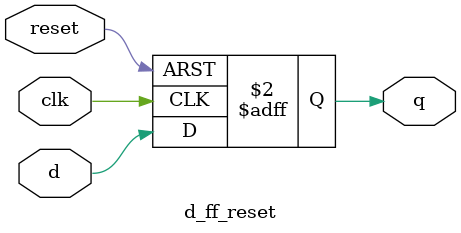
<source format=v>
module d_ff_reset(
    input wire clk, reset,
    input wire d,
    output reg q);
   // Code for asynchronous reset & clock 
   always @(posedge clk, posedge reset)     // For negative edge we can use negedge
      if (reset)
         q <= 1'b0;
      else
         q <= d;
// // Code for synchronous reset & clock
//    always@(posedge clk, posedge reset)
//    begin
//        if(reset)
//        begin
//            q = 1'b0;
//        end
//        else
//        begin
//            q = d;
//        end
//   end 
endmodule
</source>
